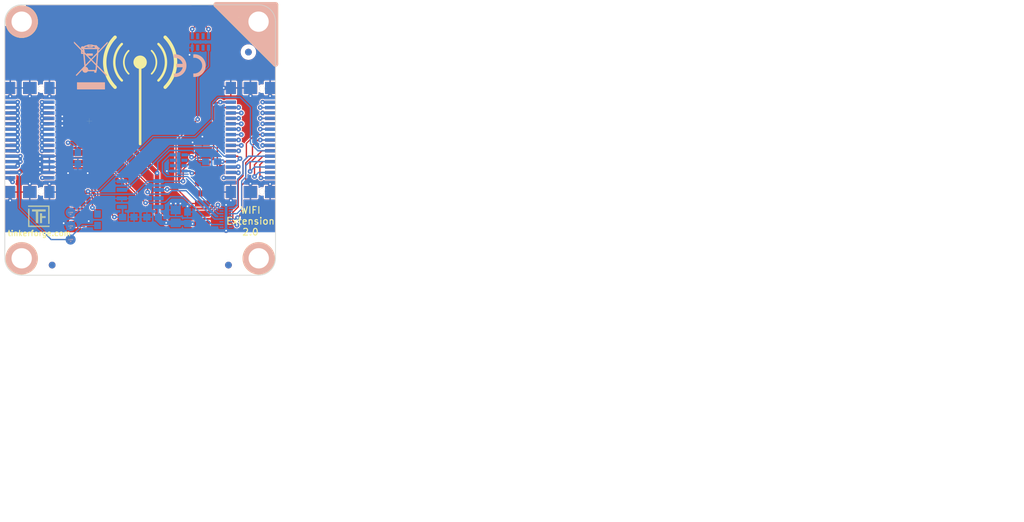
<source format=kicad_pcb>
(kicad_pcb (version 20221018) (generator pcbnew)
  (title_block (title "WIFI Extension") (date "Mo 27 Jul 2015") (rev "2.0") (company "Tinkerforge GmbH") (comment 1 "Licensed under CERN OHL v.1.1") (comment 2 "Copyright (©) 2015, B.Nordmeyer <bastian@tinkerforge.com>"))
  (layers (0 "F.Cu" signal "Vorderseite") (31 "B.Cu" signal "Rückseite") (34 "B.Paste" user) (35 "F.Paste" user) (36 "B.SilkS" user "B.Silkscreen") (37 "F.SilkS" user "F.Silkscreen") (38 "B.Mask" user) (39 "F.Mask" user) (44 "Edge.Cuts" user))
  (net 0 "")
  (net 1 "3V3")
  (net 2 "GND")
  (net 3 "LED")
  (net 4 "SCL")
  (net 5 "SDA")
  (net 6 "SELECT")
  (net 7 "nRESET")
  (net 8 "Net-(D1-Pad2)")
  (net 9 "Net-(D2-Pad2)")
  (net 10 "Net-(J1-Pad23)")
  (net 11 "Net-(J1-Pad21)")
  (net 12 "Net-(J1-Pad19)")
  (net 13 "Net-(J1-Pad11)")
  (net 14 "Net-(J1-Pad9)")
  (net 15 "Net-(J1-Pad7)")
  (net 16 "Net-(J1-Pad5)")
  (net 17 "Net-(J1-Pad3)")
  (net 18 "Net-(J1-Pad1)")
  (net 19 "Net-(J1-Pad6)")
  (net 20 "Net-(J1-Pad8)")
  (net 21 "Net-(J1-Pad10)")
  (net 22 "Net-(J1-Pad12)")
  (net 23 "Net-(J1-Pad14)")
  (net 24 "Net-(J1-Pad16)")
  (net 25 "Net-(J1-Pad18)")
  (net 26 "Net-(J1-Pad20)")
  (net 27 "Net-(J1-Pad22)")
  (net 28 "Net-(J1-Pad24)")
  (net 29 "RX")
  (net 30 "TX")
  (net 31 "Net-(J1-Pad30)")
  (net 32 "EN")
  (net 33 "Net-(J3-Pad29)")
  (net 34 "Net-(J3-Pad1)")
  (net 35 "Net-(J3-Pad10)")
  (net 36 "Net-(J3-Pad22)")
  (net 37 "Net-(J3-Pad30)")
  (net 38 "Net-(J1-Pad17)")
  (net 39 "Net-(J1-Pad26)")
  (net 40 "Net-(J1-Pad28)")
  (net 41 "IO0")
  (net 42 "Net-(R1-Pad1)")
  (net 43 "EEPROM_SEL")
  (net 44 "Net-(RP1-Pad5)")
  (net 45 "Net-(RP1-Pad8)")
  (net 46 "Net-(FILTER1-Pad10)")
  (net 47 "Net-(FILTER1-Pad12)")
  (net 48 "Net-(FILTER1-Pad14)")
  (net 49 "Net-(FILTER1-Pad16)")
  (net 50 "Net-(FILTER1-Pad2)")
  (net 51 "Net-(FILTER1-Pad4)")
  (net 52 "Net-(FILTER1-Pad6)")
  (net 53 "Net-(FILTER1-Pad8)")
  (net 54 "Net-(FILTER1-Pad9)")
  (net 55 "Net-(FILTER1-Pad11)")
  (net 56 "Net-(FILTER1-Pad13)")
  (net 57 "Net-(FILTER1-Pad15)")
  (net 58 "Net-(J1-Pad29)")
  (net 59 "Net-(J1-Pad27)")
  (net 60 "Net-(J1-Pad25)")
  (net 61 "Net-(RP1-Pad2)")
  (net 62 "Net-(RP1-Pad3)")
  (net 63 "Net-(RP1-Pad6)")
  (net 64 "Net-(RP1-Pad7)")
  (net 65 "Net-(RP2-Pad2)")
  (net 66 "Net-(RP2-Pad3)")
  (net 67 "Net-(RP2-Pad6)")
  (net 68 "Net-(RP2-Pad7)")
  (net 69 "Net-(U1-Pad7)")
  (net 70 "Net-(U2-Pad5)")
  (net 71 "Net-(U2-Pad17)")
  (net 72 "Net-(U2-Pad16)")
  (footprint "kicad-libraries:D0603" (layer "F.Cu") (at 160.675 90.45 -90)
    (fp_text reference "D1")
    (fp_text value "green")
  )
  (footprint "kicad-libraries:D0603" (layer "F.Cu") (at 159.175 90.45 -90)
    (fp_text reference "D2")
    (fp_text value "blue")
  )
  (footprint "kicad-libraries:BTB08-ACS-TOP" (layer "F.Cu") (at 167.37584 108.95076 90)
    (fp_text reference "J1")
    (fp_text value "STACK-UP-HIGH")
  )
  (footprint "kicad-libraries:BTB08-ACS-TOP" (layer "F.Cu") (at 134.7724 108.95076 90)
    (fp_text reference "J3")
    (fp_text value "STACK-UP-HIGH")
  )
  (footprint "kicad-libraries:ESP8266_WROOM02" (layer "F.Cu") (at 151.075 118.45 180)
    (fp_text reference "U2")
    (fp_text value "ESP8266_WROOM02")
  )
  (footprint "kicad-libraries:DRILL_NP" (layer "F.Cu") (at 168.57472 91.45016)
    (fp_text reference "U4" hide)
    (fp_text value "DRILL" hide)
  )
  (footprint "kicad-libraries:DRILL_NP" (layer "F.Cu") (at 133.57352 91.45016 90)
    (fp_text reference "U5" hide)
    (fp_text value "DRILL" hide)
  )
  (footprint "kicad-libraries:DRILL_NP" (layer "F.Cu") (at 133.57352 126.45136)
    (fp_text reference "U6" hide)
    (fp_text value "DRILL" hide)
  )
  (footprint "kicad-libraries:Logo_31x31" (layer "F.Cu") (at 134.525 118.65)
    (fp_text reference "G***" hide)
    (fp_text value "Logo_31x31" hide)
  )
  (footprint "kicad-libraries:Fiducial_Mark" (layer "F.Cu") (at 164.125 127.45)
    (fp_text reference "Fiducial_Mark" hide)
    (fp_text value "VAL**" hide)
  )
  (footprint "kicad-libraries:Fiducial_Mark" (layer "F.Cu") (at 138.075 127.45)
    (fp_text reference "Fiducial_Mark" hide)
    (fp_text value "VAL**" hide)
  )
  (footprint "kicad-libraries:Fiducial_Mark" (layer "F.Cu") (at 167.075 95.95)
    (fp_text reference "Fiducial_Mark" hide)
    (fp_text value "VAL**" hide)
  )
  (footprint "kicad-libraries:DRILL_NP" (layer "F.Cu") (at 168.6 126.45)
    (fp_text reference "U3" hide)
    (fp_text value "DRILL" hide)
  )
  (footprint "kicad-libraries:3528-21" (layer "F.Cu") (at 142.175 106.15 180)
    (fp_text reference "C4")
    (fp_text value "100µF")
  )
  (footprint "kicad-libraries:BTB08-ACS-BTM" (layer "B.Cu") (at 167.3733 108.95076 -90)
    (fp_text reference "J2")
    (fp_text value "STACK-DOWN")
  )
  (footprint "kicad-libraries:BTB08-ACS-BTM" (layer "B.Cu") (at 134.77748 108.95076 -90)
    (fp_text reference "J4")
    (fp_text value "STACK-DOWN")
  )
  (footprint "kicad-libraries:SOIC8" (layer "B.Cu") (at 151.075 116.95 90)
    (fp_text reference "U1")
    (fp_text value "M24C64")
  )
  (footprint "kicad-libraries:Fiducial_Mark" (layer "B.Cu") (at 167.075 95.95)
    (fp_text reference "Fiducial_Mark" hide)
    (fp_text value "VAL**" hide)
  )
  (footprint "kicad-libraries:Fiducial_Mark" (layer "B.Cu") (at 164.125 127.45)
    (fp_text reference "Fiducial_Mark" hide)
    (fp_text value "VAL**" hide)
  )
  (footprint "kicad-libraries:Fiducial_Mark" (layer "B.Cu") (at 138.075 127.45)
    (fp_text reference "Fiducial_Mark" hide)
    (fp_text value "VAL**" hide)
  )
  (footprint "kicad-libraries:WEEE_7mm_back" (layer "B.Cu") (at 143.775 97.95)
    (fp_text reference "VAL" hide)
    (fp_text value "WEEE_7mm_back" hide)
  )
  (footprint "kicad-libraries:CE_5mm" (layer "B.Cu") (at 158.375 97.95 180)
    (fp_text reference "VAL" hide)
    (fp_text value "CE_5mm" hide)
  )
  (footprint "kicad-libraries:TSTPT" (layer "B.Cu") (at 140.8 123.675)
    (fp_text reference "P1")
    (fp_text value "CONN_1")
  )
  (footprint "kicad-libraries:TSTPT" (layer "B.Cu") (at 140.8 119.675)
    (fp_text reference "P2")
    (fp_text value "CONN_1")
  )
  (footprint "kicad-libraries:TSTPT" (layer "B.Cu") (at 140.8 121.675)
    (fp_text reference "P3")
    (fp_text value "CONN_1")
  )
  (footprint "kicad-libraries:0603X4" (layer "B.Cu") (at 156.775 112.35 -90)
    (fp_text reference "RP1")
    (fp_text value "1k")
  )
  (footprint "kicad-libraries:0603X4" (layer "B.Cu") (at 159.975 94.45 180)
    (fp_text reference "RP2")
    (fp_text value "1k")
  )
  (footprint "kicad-libraries:DFN16-33x135" (layer "B.Cu") (at 163.775 120.45 90)
    (fp_text reference "FILTER1")
    (fp_text value "Filter-8x")
  )
  (footprint "kicad-libraries:C0603E" (layer "B.Cu") (at 152.925 120.35)
    (fp_text reference "C1")
    (fp_text value "100nF")
  )
  (footprint "kicad-libraries:C0603E" (layer "B.Cu") (at 158.075 120.45 -90)
    (fp_text reference "C2")
    (fp_text value "100nF")
  )
  (footprint "kicad-libraries:C0805E" (layer "B.Cu") (at 156.325 120.25 -90)
    (fp_text reference "C3")
    (fp_text value "10µF")
  )
  (footprint "kicad-libraries:R0603E" (layer "B.Cu") (at 141.875 111.65 -90)
    (fp_text reference "R1")
    (fp_text value "1k")
  )
  (footprint "kicad-libraries:R0603E" (layer "B.Cu") (at 149.325 120.35)
    (fp_text reference "R2")
    (fp_text value "1k")
  )
  (footprint "kicad-libraries:R0603E" (layer "B.Cu") (at 144.775 120.75 90)
    (fp_text reference "R3")
    (fp_text value "10k")
  )
  (footprint "kicad-libraries:R0603E" (layer "B.Cu") (at 161.625 112.15)
    (fp_text reference "R4")
    (fp_text value "1k")
  )
  (gr_line (start 167.07358 91.75242) (end 168.22166 92.9005) (stroke (width 0.8001)) (layer "B.SilkS"))
  (gr_line (start 168.8719 94.00032) (end 168.8719 91.75242) (stroke (width 0.8001)) (layer "B.SilkS"))
  (gr_line (start 168.8719 91.75242) (end 167.07358 91.75242) (stroke (width 0.8001)) (layer "B.SilkS"))
  (gr_line (start 162.32378 88.9508) (end 171.07408 97.7011) (stroke (width 0.8001)) (layer "B.SilkS"))
  (gr_line (start 171.07408 97.7011) (end 171.07408 88.9508) (stroke (width 0.8001)) (layer "B.SilkS"))
  (gr_line (start 168.22166 92.30106) (end 168.3258 92.30106) (stroke (width 0.8001)) (layer "B.SilkS"))
  (gr_line (start 168.22166 92.9005) (end 168.22166 92.30106) (stroke (width 0.8001)) (layer "B.SilkS"))
  (gr_line (start 164.67582 90.40114) (end 169.37482 95.10014) (stroke (width 0.8001)) (layer "B.SilkS"))
  (gr_line (start 165.97376 91.10218) (end 168.8719 94.00032) (stroke (width 0.8001)) (layer "B.SilkS"))
  (gr_line (start 170.5737 89.7001) (end 163.4744 89.7001) (stroke (width 0.8001)) (layer "B.SilkS"))
  (gr_line (start 169.37482 95.10014) (end 169.37482 91.10218) (stroke (width 0.8001)) (layer "B.SilkS"))
  (gr_line (start 169.37482 91.10218) (end 165.97376 91.10218) (stroke (width 0.8001)) (layer "B.SilkS"))
  (gr_line (start 171.07408 88.9508) (end 162.32378 88.9508) (stroke (width 0.8001)) (layer "B.SilkS"))
  (gr_line (start 163.4744 89.7001) (end 169.926 96.1517) (stroke (width 0.8001)) (layer "B.SilkS"))
  (gr_line (start 169.926 96.1517) (end 169.926 90.40114) (stroke (width 0.8001)) (layer "B.SilkS"))
  (gr_line (start 169.926 90.40114) (end 164.67582 90.40114) (stroke (width 0.8001)) (layer "B.SilkS"))
  (gr_line (start 170.5737 96.50222) (end 170.5737 89.7001) (stroke (width 0.8001)) (layer "B.SilkS"))
  (gr_line (start 169.55008 93.62694) (end 166.55034 90.6272) (stroke (width 0.8001)) (layer "F.SilkS"))
  (gr_line (start 166.55034 90.6272) (end 168.95064 90.6272) (stroke (width 0.8001)) (layer "F.SilkS"))
  (gr_arc (start 153.775 94.75) (mid 154.893377 97.45) (end 153.775 100.15) (stroke (width 0.35)) (layer "F.SilkS"))
  (gr_line (start 162.32378 88.9508) (end 171.07408 88.9508) (stroke (width 0.8001)) (layer "F.SilkS"))
  (gr_line (start 170.74896 89.15146) (end 170.74896 96.1009) (stroke (width 0.8001)) (layer "F.SilkS"))
  (gr_line (start 165.45052 90.15222) (end 169.55008 90.15222) (stroke (width 0.8001)) (layer "F.SilkS"))
  (gr_line (start 170.20032 94.90202) (end 165.45052 90.15222) (stroke (width 0.8001)) (layer "F.SilkS"))
  (gr_arc (start 154.775 93.75) (mid 156.30759 97.45) (end 154.775 101.15) (stroke (width 0.5)) (layer "F.SilkS"))
  (gr_circle (center 151.075 97.45) (end 151.575 97.45) (stroke (width 0.381)) (fill none) (layer "F.SilkS"))
  (gr_line (start 168.95064 92.35186) (end 167.80002 91.20124) (stroke (width 0.8001)) (layer "F.SilkS"))
  (gr_arc (start 149.375 99.15) (mid 148.670837 97.45) (end 149.375 95.75) (stroke (width 0.25)) (layer "F.SilkS"))
  (gr_line (start 169.55008 90.15222) (end 169.55008 93.62694) (stroke (width 0.8001)) (layer "F.SilkS"))
  (gr_line (start 170.74896 96.72574) (end 163.17468 89.15146) (stroke (width 0.8001)) (layer "F.SilkS"))
  (gr_arc (start 152.775 95.75) (mid 153.479163 97.45) (end 152.775 99.15) (stroke (width 0.25)) (layer "F.SilkS"))
  (gr_line (start 171.07408 88.9508) (end 171.07408 97.7011) (stroke (width 0.8001)) (layer "F.SilkS"))
  (gr_line (start 171.07408 97.7011) (end 162.32378 88.9508) (stroke (width 0.8001)) (layer "F.SilkS"))
  (gr_line (start 167.80002 91.20124) (end 168.45026 91.20124) (stroke (width 0.8001)) (layer "F.SilkS"))
  (gr_line (start 163.17468 89.15146) (end 170.74896 89.15146) (stroke (width 0.8001)) (layer "F.SilkS"))
  (gr_line (start 168.45026 91.20124) (end 168.45026 91.15044) (stroke (width 0.8001)) (layer "F.SilkS"))
  (gr_arc (start 148.375 100.15) (mid 147.256623 97.45) (end 148.375 94.75) (stroke (width 0.35)) (layer "F.SilkS"))
  (gr_line (start 164.3253 89.67724) (end 170.20032 89.67724) (stroke (width 0.8001)) (layer "F.SilkS"))
  (gr_circle (center 151.075 97.45) (end 151.875 97.45) (stroke (width 0.381)) (fill none) (layer "F.SilkS"))
  (gr_circle (center 151.075 97.45) (end 151.275 97.55) (stroke (width 0.381)) (fill none) (layer "F.SilkS"))
  (gr_line (start 170.20032 89.67724) (end 170.20032 94.90202) (stroke (width 0.8001)) (layer "F.SilkS"))
  (gr_arc (start 147.375 101.15) (mid 145.84241 97.45) (end 147.375 93.75) (stroke (width 0.5)) (layer "F.SilkS"))
  (gr_line (start 168.95064 90.6272) (end 168.95064 92.35186) (stroke (width 0.8001)) (layer "F.SilkS"))
  (gr_line (start 151.075 109.55) (end 151.075 97.45) (stroke (width 0.381)) (layer "F.SilkS"))
  (gr_line (start 170.74896 96.1009) (end 164.3253 89.67724) (stroke (width 0.8001)) (layer "F.SilkS"))
  (gr_arc (start 131.0767 91.45016) (mid 131.808746 89.682846) (end 133.57606 88.9508) (stroke (width 0.09906)) (layer "Edge.Cuts"))
  (gr_line (start 168.57726 88.9508) (end 133.57606 88.9508) (stroke (width 0.09906)) (layer "Edge.Cuts"))
  (gr_arc (start 168.57726 88.9508) (mid 170.344574 89.682846) (end 171.07662 91.45016) (stroke (width 0.09906)) (layer "Edge.Cuts"))
  (gr_line (start 131.0767 91.45016) (end 131.0767 126.45136) (stroke (width 0.09906)) (layer "Edge.Cuts"))
  (gr_line (start 171.07662 126.45136) (end 171.07662 91.45016) (stroke (width 0.09906)) (layer "Edge.Cuts"))
  (gr_arc (start 133.57606 128.95072) (mid 131.808746 128.218674) (end 131.0767 126.45136) (stroke (width 0.09906)) (layer "Edge.Cuts"))
  (gr_arc (start 171.07662 126.45136) (mid 170.344574 128.218674) (end 168.57726 128.95072) (stroke (width 0.09906)) (layer "Edge.Cuts"))
  (gr_line (start 133.57606 128.95072) (end 168.57726 128.95072) (stroke (width 0.09906)) (layer "Edge.Cuts"))
  (gr_text "tinkerforge.com" (at 136.17702 122.75058) (layer "F.SilkS") (effects (font (size 0.8001 0.8001) (thickness 0.14986))))
  (gr_text "WIFI\nExtension\n2.0" (at 167.375 120.95) (layer "F.SilkS") (effects (font (size 1.00076 1.00076) (thickness 0.14986))))
  (segment (start 133.225 113.75) (end 133.22382 113.74882) (width 0.29972) (layer "F.Cu") (net 1))
  (segment (start 133.22382 113.74882) (end 131.87426 113.74882) (width 0.50038) (layer "F.Cu") (net 1))
  (segment (start 136.97566 98.7001) (end 136.975 98.70076) (width 0.70104) (layer "F.Cu") (net 1))
  (segment (start 134.47528 98.70076) (end 134.475 98.70048) (width 0.70104) (layer "F.Cu") (net 1))
  (segment (start 134.02452 98.70048) (end 133.175 99.55) (width 0.70104) (layer "F.Cu") (net 1))
  (segment (start 133.175 99.55) (end 133.175 102.35) (width 0.70104) (layer "F.Cu") (net 1))
  (segment (start 133.175 102.35) (end 134.275 103.45) (width 0.70104) (layer "F.Cu") (net 1))
  (segment (start 134.275 103.45) (end 134.275 112.7) (width 0.70104) (layer "F.Cu") (net 1))
  (segment (start 134.275 112.7) (end 133.225 113.75) (width 0.70104) (layer "F.Cu") (net 1))
  (segment (start 153.575 113.85) (end 153.575 119.85) (width 0.70104) (layer "F.Cu") (net 1))
  (segment (start 153.575 119.85) (end 154.925 121.2) (width 0.70104) (layer "F.Cu") (net 1))
  (segment (start 158.825 121.35) (end 160.275 121.35) (width 0.70104) (layer "F.Cu") (net 1))
  (segment (start 153.7251 89.6499) (end 144.67452 98.70048) (width 0.29972) (layer "F.Cu") (net 1))
  (segment (start 144.67452 98.70048) (end 144.32548 98.70048) (width 0.29972) (layer "F.Cu") (net 1))
  (segment (start 140.82548 98.70048) (end 143.57548 101.45048) (width 0.70104) (layer "F.Cu") (net 1))
  (segment (start 143.57548 101.45048) (end 143.57548 106.15) (width 0.70104) (layer "F.Cu") (net 1))
  (segment (start 144.775 109.25) (end 143.57548 108.05048) (width 0.70104) (layer "F.Cu") (net 1))
  (segment (start 143.57548 108.05048) (end 143.57548 106.15) (width 0.70104) (layer "F.Cu") (net 1))
  (segment (start 136.975 98.70076) (end 134.47528 98.70076) (width 0.70104) (layer "F.Cu") (net 1))
  (segment (start 159.175 89.6499) (end 160.675 89.6499) (width 0.29972) (layer "F.Cu") (net 1))
  (segment (start 134.475 98.70048) (end 134.02452 98.70048) (width 0.70104) (layer "F.Cu") (net 1))
  (segment (start 160.675 89.6499) (end 153.7251 89.6499) (width 0.29972) (layer "F.Cu") (net 1))
  (segment (start 134.02452 98.70048) (end 140.82548 98.70048) (width 0.70104) (layer "F.Cu") (net 1))
  (segment (start 148.975 109.25) (end 144.775 109.25) (width 0.70104) (layer "F.Cu") (net 1))
  (segment (start 153.575 113.85) (end 148.975 109.25) (width 0.70104) (layer "F.Cu") (net 1))
  (segment (start 138.975 98.7001) (end 136.97566 98.7001) (width 0.70104) (layer "F.Cu") (net 1))
  (segment (start 134.02452 98.70048) (end 144.32548 98.70048) (width 0.29972) (layer "F.Cu") (net 1))
  (via (at 154.925 121.2) (size 0.70104) (drill 0.24892) (layers "F.Cu" "B.Cu") (net 1))
  (via (at 133.225 113.75) (size 0.70104) (drill 0.24892) (layers "F.Cu" "B.Cu") (net 1))
  (via (at 158.825 121.35) (size 0.70104) (drill 0.24892) (layers "F.Cu" "B.Cu") (net 1))
  (via (at 153.575 113.85) (size 0.70104) (drill 0.24892) (layers "F.Cu" "B.Cu") (net 1))
  (segment (start 133.22382 113.74882) (end 133.225 113.75) (width 0.50038) (layer "B.Cu") (net 1))
  (segment (start 137.925 123.675) (end 133.225 118.975) (width 0.20066) (layer "B.Cu") (net 1))
  (segment (start 133.225 118.975) (end 133.225 113.75) (width 0.20066) (layer "B.Cu") (net 1))
  (segment (start 154.925 121.2) (end 156.325 121.2) (width 0.70104) (layer "B.Cu") (net 1))
  (segment (start 154.225 121.2) (end 153.7751 120.7501) (width 0.70104) (layer "B.Cu") (net 1))
  (segment (start 153.7751 120.7501) (end 153.7751 120.35) (width 0.70104) (layer "B.Cu") (net 1))
  (segment (start 157.9749 121.2) (end 158.075 121.3001) (width 0.70104) (layer "B.Cu") (net 1))
  (segment (start 158.7751 121.3001) (end 158.825 121.35) (width 0.70104) (layer "B.Cu") (net 1))
  (segment (start 153.77248 120.34738) (end 153.7751 120.35) (width 0.29972) (layer "B.Cu") (net 1))
  (segment (start 142.5249 121.6001) (end 140.8 123.325) (width 0.20066) (layer "B.Cu") (net 1))
  (segment (start 140.8 123.325) (end 140.8 123.675) (width 0.20066) (layer "B.Cu") (net 1))
  (segment (start 155.420712 110.5) (end 153.672856 112.247856) (width 0.20066) (layer "B.Cu") (net 1))
  (segment (start 159.925 112.15) (end 159.575 111.8) (width 0.20066) (layer "B.Cu") (net 1))
  (segment (start 159.575 111.8) (end 159.575 111.3) (width 0.20066) (layer "B.Cu") (net 1))
  (segment (start 159.575 111.3) (end 158.775 110.5) (width 0.20066) (layer "B.Cu") (net 1))
  (segment (start 158.775 110.5) (end 155.420712 110.5) (width 0.20066) (layer "B.Cu") (net 1))
  (segment (start 153.672856 113.752144) (end 153.575 113.85) (width 0.20066) (layer "B.Cu") (net 1))
  (segment (start 153.672856 112.247856) (end 153.672856 113.752144) (width 0.20066) (layer "B.Cu") (net 1))
  (segment (start 154.925 121.2) (end 154.225 121.2) (width 0.70104) (layer "B.Cu") (net 1))
  (segment (start 160.7749 112.15) (end 159.925 112.15) (width 0.20066) (layer "B.Cu") (net 1))
  (segment (start 153.77248 118.85246) (end 153.77248 120.34738) (width 0.29972) (layer "B.Cu") (net 1))
  (segment (start 140.8 123.675) (end 137.925 123.675) (width 0.20066) (layer "B.Cu") (net 1))
  (segment (start 131.87934 113.74882) (end 133.22382 113.74882) (width 0.50038) (layer "B.Cu") (net 1))
  (segment (start 144.775 121.6001) (end 142.5249 121.6001) (width 0.20066) (layer "B.Cu") (net 1))
  (segment (start 156.325 121.2) (end 157.9749 121.2) (width 0.70104) (layer "B.Cu") (net 1))
  (segment (start 158.075 121.3001) (end 158.7751 121.3001) (width 0.70104) (layer "B.Cu") (net 1))
  (segment (start 136.275 111.35) (end 136.27648 111.34852) (width 0.50038) (layer "F.Cu") (net 2))
  (segment (start 136.27648 111.34852) (end 137.67054 111.34852) (width 0.50038) (layer "F.Cu") (net 2))
  (segment (start 136.27638 112.14862) (end 136.275 112.15) (width 0.50038) (layer "F.Cu") (net 2))
  (segment (start 136.275 112.95) (end 136.27628 112.94872) (width 0.50038) (layer "F.Cu") (net 2))
  (segment (start 136.27628 112.94872) (end 137.67054 112.94872) (width 0.50038) (layer "F.Cu") (net 2))
  (segment (start 136.27618 113.74882) (end 136.275 113.75) (width 0.50038) (layer "F.Cu") (net 2))
  (segment (start 131.875 117.9) (end 131.87172 117.89672) (width 0.20066) (layer "F.Cu") (net 2))
  (segment (start 131.87172 117.89672) (end 131.87172 116.6495) (width 0.20066) (layer "F.Cu") (net 2))
  (segment (start 163.42702 101.25202) (end 163.425 101.25) (width 0.29972) (layer "F.Cu") (net 2))
  (segment (start 139.875 121.35) (end 139.775 121.25) (width 0.70104) (layer "F.Cu") (net 2))
  (segment (start 158.875 109.35) (end 158.825 109.3) (width 0.70104) (layer "F.Cu") (net 2))
  (segment (start 140.07452 105.45) (end 139.575 105.45) (width 0.70104) (layer "F.Cu") (net 2))
  (segment (start 139.67452 106.94952) (end 139.975 106.94952) (width 0.70104) (layer "F.Cu") (net 2))
  (segment (start 139.67452 106.94952) (end 139.575 106.85) (width 0.70104) (layer "F.Cu") (net 2))
  (segment (start 143.075 121.35) (end 143.475 120.95) (width 0.70104) (layer "F.Cu") (net 2))
  (segment (start 140.425 113.85) (end 141.875 113.85) (width 0.70104) (layer "F.Cu") (net 2))
  (segment (start 139.575 106.85) (end 139.575 105.45) (width 0.70104) (layer "F.Cu") (net 2))
  (segment (start 141.875 113.85) (end 143.325 113.85) (width 0.70104) (layer "F.Cu") (net 2))
  (segment (start 140.77452 106.15) (end 139.975 106.94952) (width 0.70104) (layer "F.Cu") (net 2))
  (segment (start 160.275 109.35) (end 158.875 109.35) (width 0.70104) (layer "F.Cu") (net 2))
  (segment (start 160.275 109.35) (end 160.275 108.45) (width 0.70104) (layer "F.Cu") (net 2))
  (segment (start 164.47516 101.25202) (end 163.42702 101.25202) (width 0.29972) (layer "F.Cu") (net 2))
  (segment (start 137.67054 113.74882) (end 136.27618 113.74882) (width 0.50038) (layer "F.Cu") (net 2))
  (segment (start 141.875 121.35) (end 143.075 121.35) (width 0.70104) (layer "F.Cu") (net 2))
  (segment (start 140.77452 106.15) (end 140.07452 105.45) (width 0.70104) (layer "F.Cu") (net 2))
  (segment (start 141.875 121.35) (end 139.875 121.35) (width 0.70104) (layer "F.Cu") (net 2))
  (segment (start 137.67054 112.14862) (end 136.27638 112.14862) (width 0.50038) (layer "F.Cu") (net 2))
  (segment (start 140.77452 106.15) (end 139.575 106.15) (width 0.70104) (layer "F.Cu") (net 2))
  (via (at 167.375 115.4) (size 0.70104) (drill 0.24892) (layers "F.Cu" "B.Cu") (net 2))
  (via (at 163.775 122.35) (size 0.70104) (drill 0.24892) (layers "F.Cu" "B.Cu") (net 2))
  (via (at 131.875 117.9) (size 0.70104) (drill 0.24892) (layers "F.Cu" "B.Cu") (net 2))
  (via (at 136.275 112.95) (size 0.70104) (drill 0.24892) (layers "F.Cu" "B.Cu") (net 2))
  (via (at 167.375 102.45) (size 0.70104) (drill 0.24892) (layers "F.Cu" "B.Cu") (net 2))
  (via (at 164.475 117.9) (size 0.70104) (drill 0.24892) (layers "F.Cu" "B.Cu") (net 2))
  (via (at 134.775 102.5) (size 0.70104) (drill 0.24892) (layers "F.Cu" "B.Cu") (net 2))
  (via (at 134.775 115.4) (size 0.70104) (drill 0.24892) (layers "F.Cu" "B.Cu") (net 2))
  (via (at 139.575 105.45) (size 0.70104) (drill 0.24892) (layers "F.Cu" "B.Cu") (net 2))
  (via (at 143.475 120.95) (size 0.70104) (drill 0.24892) (layers "F.Cu" "B.Cu") (net 2))
  (via (at 155.025 113.55) (size 0.70104) (drill 0.24892) (layers "F.Cu" "B.Cu") (net 2))
  (via (at 158.075 118.75) (size 0.70104) (drill 0.24892) (layers "F.Cu" "B.Cu") (net 2))
  (via (at 136.275 113.75) (size 0.70104) (drill 0.24892) (layers "F.Cu" "B.Cu") (net 2))
  (via (at 139.575 106.15) (size 0.70104) (drill 0.24892) (layers "F.Cu" "B.Cu") (net 2))
  (via (at 158.825 109.3) (size 0.70104) (drill 0.24892) (layers "F.Cu" "B.Cu") (net 2))
  (via (at 157.025 118.35) (size 0.70104) (drill 0.24892) (layers "F.Cu" "B.Cu") (net 2))
  (via (at 136.275 112.15) (size 0.70104) (drill 0.24892) (layers "F.Cu" "B.Cu") (net 2))
  (via (at 137.675 102.5) (size 0.70104) (drill 0.24892) (layers "F.Cu" "B.Cu") (net 2))
  (via (at 158.375 96.35) (size 0.70104) (drill 0.24892) (layers "F.Cu" "B.Cu") (net 2))
  (via (at 170.275 102.45) (size 0.70104) (drill 0.24892) (layers "F.Cu" "B.Cu") (net 2))
  (via (at 156.325 118.35) (size 0.70104) (drill 0.24892) (layers "F.Cu" "B.Cu") (net 2))
  (via (at 143.325 113.85) (size 0.70104) (drill 0.24892) (layers "F.Cu" "B.Cu") (net 2))
  (via (at 139.775 121.25) (size 0.70104) (drill 0.24892) (layers "F.Cu" "B.Cu") (net 2))
  (via (at 163.425 101.25) (size 0.70104) (drill 0.24892) (layers "F.Cu" "B.Cu") (net 2))
  (via (at 139.575 106.85) (size 0.70104) (drill 0.24892) (layers "F.Cu" "B.Cu") (net 2))
  (via (at 155.625 118.35) (size 0.70104) (drill 0.24892) (layers "F.Cu" "B.Cu") (net 2))
  (via (at 136.275 111.35) (size 0.70104) (drill 0.24892) (layers "F.Cu" "B.Cu") (net 2))
  (via (at 131.875 102.5) (size 0.70104) (drill 0.24892) (layers "F.Cu" "B.Cu") (net 2))
  (via (at 160.275 108.45) (size 0.70104) (drill 0.24892) (layers "F.Cu" "B.Cu") (net 2))
  (via (at 137.675 115.4) (size 0.70104) (drill 0.24892) (layers "F.Cu" "B.Cu") (net 2))
  (via (at 170.275 115.45) (size 0.70104) (drill 0.24892) (layers "F.Cu" "B.Cu") (net 2))
  (via (at 163.775 118.55) (size 0.70104) (drill 0.24892) (layers "F.Cu" "B.Cu") (net 2))
  (via (at 140.425 113.85) (size 0.70104) (drill 0.24892) (layers "F.Cu" "B.Cu") (net 2))
  (segment (start 167.3733 102.4483) (end 167.375 102.45) (width 0.20066) (layer "B.Cu") (net 2))
  (segment (start 170.27398 102.44898) (end 170.275 102.45) (width 0.20066) (layer "B.Cu") (net 2))
  (segment (start 170.27398 115.45102) (end 170.275 115.45) (width 0.20066) (layer "B.Cu") (net 2))
  (segment (start 164.47262 117.89762) (end 164.475 117.9) (width 0.20066) (layer "B.Cu") (net 2))
  (segment (start 167.3733 115.4017) (end 167.375 115.4) (width 0.20066) (layer "B.Cu") (net 2))
  (segment (start 134.77748 115.40248) (end 134.775 115.4) (width 0.20066) (layer "B.Cu") (net 2))
  (segment (start 137.67816 115.40316) (end 137.675 115.4) (width 0.20066) (layer "B.Cu") (net 2))
  (segment (start 131.8768 102.4982) (end 131.875 102.5) (width 0.20066) (layer "B.Cu") (net 2))
  (segment (start 134.77748 102.49752) (end 134.775 102.5) (width 0.20066) (layer "B.Cu") (net 2))
  (segment (start 137.67816 102.49684) (end 137.675 102.5) (width 0.20066) (layer "B.Cu") (net 2))
  (segment (start 136.27648 111.34852) (end 136.275 111.35) (width 0.50038) (layer "B.Cu") (net 2))
  (segment (start 136.275 112.15) (end 136.27638 112.14862) (width 0.50038) (layer "B.Cu") (net 2))
  (segment (start 136.27638 112.14862) (end 137.67562 112.14862) (width 0.50038) (layer "B.Cu") (net 2))
  (segment (start 136.27628 112.94872) (end 136.275 112.95) (width 0.50038) (layer "B.Cu") (net 2))
  (segment (start 136.275 113.75) (end 136.27618 113.74882) (width 0.50038) (layer "B.Cu") (net 2))
  (segment (start 136.27618 113.74882) (end 137.67562 113.74882) (width 0.50038) (layer "B.Cu") (net 2))
  (segment (start 131.8768 117.8982) (end 131.875 117.9) (width 0.20066) (layer "B.Cu") (net 2))
  (segment (start 163.425 101.25) (end 163.42702 101.25202) (width 0.29972) (layer "B.Cu") (net 2))
  (segment (start 163.42702 101.25202) (end 164.47262 101.25202) (width 0.29972) (layer "B.Cu") (net 2))
  (segment (start 155.02612 113.54888) (end 155.025 113.55) (width 0.29972) (layer "B.Cu") (net 2))
  (segment (start 157.025 118.6) (end 157.025 118.35) (width 0.29972) (layer "B.Cu") (net 2))
  (segment (start 155.625 118.6) (end 155.625 118.35) (width 0.29972) (layer "B.Cu") (net 2))
  (segment (start 139.775 121.25) (end 140.2 121.675) (width 0.20066) (layer "B.Cu") (net 2))
  (segment (start 141.875 113.3) (end 141.325 113.85) (width 0.20066) (layer "B.Cu") (net 2))
  (segment (start 141.325 113.85) (end 140.425 113.85) (width 0.20066) (layer "B.Cu") (net 2))
  (segment (start 158.77612 95.94888) (end 158.375 96.35) (width 0.20066) (layer "B.Cu") (net 2))
  (segment (start 137.67816 116.6495) (end 137.67816 115.40316) (width 0.20066) (layer "B.Cu") (net 2))
  (segment (start 167.3733 101.25202) (end 167.3733 102.4483) (width 0.29972) (layer "B.Cu") (net 2))
  (segment (start 156.325 119.3) (end 156.325 118.35) (width 0.29972) (layer "B.Cu") (net 2))
  (segment (start 131.8768 101.25202) (end 131.8768 102.4982) (width 0.20066) (layer "B.Cu") (net 2))
  (segment (start 134.77748 101.25202) (end 134.77748 102.49752) (width 0.20066) (layer "B.Cu") (net 2))
  (segment (start 163.775 120.45) (end 163.775 122.35) (width 0.39878) (layer "B.Cu") (net 2))
  (segment (start 131.8768 116.6495) (end 131.8768 117.8982) (width 0.20066) (layer "B.Cu") (net 2))
  (segment (start 164.47262 116.6495) (end 164.47262 117.89762) (width 0.20066) (layer "B.Cu") (net 2))
  (segment (start 156.325 119.3) (end 155.625 118.6) (width 0.29972) (layer "B.Cu") (net 2))
  (segment (start 156.325 119.3) (end 157.025 118.6) (width 0.29972) (layer "B.Cu") (net 2))
  (segment (start 140.8 121.675) (end 140.2 121.675) (width 0.20066) (layer "B.Cu") (net 2))
  (segment (start 137.67816 101.25202) (end 137.67816 102.49684) (width 0.20066) (layer "B.Cu") (net 2))
  (segment (start 158.77612 95.3009) (end 158.77612 95.94888) (width 0.20066) (layer "B.Cu") (net 2))
  (segment (start 155.9241 113.54888) (end 155.02612 113.54888) (width 0.29972) (layer "B.Cu") (net 2))
  (segment (start 137.67562 112.94872) (end 136.27628 112.94872) (width 0.50038) (layer "B.Cu") (net 2))
  (segment (start 134.77748 116.6495) (end 134.77748 115.40248) (width 0.20066) (layer "B.Cu") (net 2))
  (segment (start 163.775 120.45) (end 163.775 118.55) (width 0.39878) (layer "B.Cu") (net 2))
  (segment (start 158.075 119.5999) (end 158.075 118.75) (width 0.29972) (layer "B.Cu") (net 2))
  (segment (start 167.3733 116.6495) (end 167.3733 115.4017) (width 0.20066) (layer "B.Cu") (net 2))
  (segment (start 137.67562 111.34852) (end 136.27648 111.34852) (width 0.50038) (layer "B.Cu") (net 2))
  (segment (start 170.27398 116.6495) (end 170.27398 115.45102) (width 0.20066) (layer "B.Cu") (net 2))
  (segment (start 141.875 112.5001) (end 141.875 113.3) (width 0.20066) (layer "B.Cu") (net 2))
  (segment (start 170.27398 101.25202) (end 170.27398 102.44898) (width 0.29972) (layer "B.Cu") (net 2))
  (segment (start 159.325 116.85) (end 158.275 115.8) (width 0.20066) (layer "F.Cu") (net 3))
  (segment (start 158.275 115.8) (end 156.925 115.8) (width 0.20066) (layer "F.Cu") (net 3))
  (segment (start 156.925 115.8) (end 156.375 115.25) (width 0.20066) (layer "F.Cu") (net 3))
  (segment (start 156.375 115.25) (end 156.375 109.1) (width 0.20066) (layer "F.Cu") (net 3))
  (segment (start 156.375 109.1) (end 159.575 105.9) (width 0.20066) (layer "F.Cu") (net 3))
  (segment (start 160.275 116.85) (end 159.325 116.85) (width 0.29972) (layer "F.Cu") (net 3))
  (via (at 159.575 105.9) (size 0.70104) (drill 0.24892) (layers "F.Cu" "B.Cu") (net 3))
  (segment (start 159.575 99.65) (end 161.17388 98.05112) (width 0.20066) (layer "B.Cu") (net 3))
  (segment (start 161.17388 98.05112) (end 161.17388 95.3009) (width 0.20066) (layer "B.Cu") (net 3))
  (segment (start 159.575 105.9) (end 159.575 99.65) (width 0.20066) (layer "B.Cu") (net 3))
  (segment (start 165.625 104.15) (end 165.6223 104.1527) (width 0.20066) (layer "F.Cu") (net 4))
  (segment (start 165.6223 104.1527) (end 164.4777 104.1527) (width 0.20066) (layer "F.Cu") (net 4))
  (segment (start 163.1723 104.1527) (end 162.475 104.85) (width 0.20066) (layer "F.Cu") (net 4))
  (segment (start 162.475 104.85) (end 162.475 117.35) (width 0.20066) (layer "F.Cu") (net 4))
  (segment (start 162.475 117.35) (end 161.475 118.35) (width 0.20066) (layer "F.Cu") (net 4))
  (segment (start 161.475 118.35) (end 160.275 118.35) (width 0.20066) (layer "F.Cu") (net 4))
  (segment (start 158.675 118.35) (end 156.575 116.25) (width 0.20066) (layer "F.Cu") (net 4))
  (segment (start 156.575 116.25) (end 155.075 116.25) (width 0.20066) (layer "F.Cu") (net 4))
  (segment (start 164.4777 104.1527) (end 163.1723 104.1527) (width 0.20066) (layer "F.Cu") (net 4))
  (segment (start 160.275 118.35) (end 158.675 118.35) (width 0.20066) (layer "F.Cu") (net 4))
  (via (at 165.625 104.15) (size 0.70104) (drill 0.24892) (layers "F.Cu" "B.Cu") (net 4))
  (via (at 155.075 116.25) (size 0.70104) (drill 0.24892) (layers "F.Cu" "B.Cu") (net 4))
  (segment (start 165.6223 104.1527) (end 165.625 104.15) (width 0.20066) (layer "B.Cu") (net 4))
  (segment (start 155.075 116.25) (end 155.00746 116.31754) (width 0.20066) (layer "B.Cu") (net 4))
  (segment (start 155.00746 116.31754) (end 153.77248 116.31754) (width 0.20066) (layer "B.Cu") (net 4))
  (segment (start 164.47516 104.1527) (end 165.6223 104.1527) (width 0.20066) (layer "B.Cu") (net 4))
  (segment (start 158.375 112.35) (end 157.425 113.3) (width 0.20066) (layer "F.Cu") (net 5))
  (segment (start 157.425 113.3) (end 157.425 115.05) (width 0.20066) (layer "F.Cu") (net 5))
  (segment (start 161.275 112.35) (end 161.925 111.7) (width 0.20066) (layer "F.Cu") (net 5))
  (segment (start 161.925 111.7) (end 161.925 104.05) (width 0.20066) (layer "F.Cu") (net 5))
  (segment (start 161.925 104.05) (end 162.6224 103.3526) (width 0.20066) (layer "F.Cu") (net 5))
  (segment (start 162.6224 103.3526) (end 164.4777 103.3526) (width 0.29972) (layer "F.Cu") (net 5))
  (segment (start 162.9276 103.3526) (end 162.925 103.35) (width 0.29972) (layer "F.Cu") (net 5))
  (segment (start 164.4777 103.3526) (end 162.9276 103.3526) (width 0.29972) (layer "F.Cu") (net 5))
  (segment (start 160.275 112.35) (end 158.375 112.35) (width 0.20066) (layer "F.Cu") (net 5))
  (segment (start 160.275 112.35) (end 161.275 112.35) (width 0.29972) (layer "F.Cu") (net 5))
  (via (at 162.925 103.35) (size 0.70104) (drill 0.24892) (layers "F.Cu" "B.Cu") (net 5))
  (via (at 157.425 115.05) (size 0.70104) (drill 0.24892) (layers "F.Cu" "B.Cu") (net 5))
  (segment (start 157.425 115.05) (end 157.42254 115.04754) (width 0.29972) (layer "B.Cu") (net 5))
  (segment (start 157.42254 115.04754) (end 153.77248 115.04754) (width 0.20066) (layer "B.Cu") (net 5))
  (segment (start 162.925 103.35) (end 162.9276 103.3526) (width 0.29972) (layer "B.Cu") (net 5))
  (segment (start 162.9276 103.3526) (end 164.47516 103.3526) (width 0.29972) (layer "B.Cu") (net 5))
  (segment (start 152.12746 115.04754) (end 150.225 116.95) (width 0.20066) (layer "B.Cu") (net 5))
  (segment (start 141.65 119.675) (end 144.375 116.95) (width 0.20066) (layer "B.Cu") (net 5))
  (segment (start 144.375 116.95) (end 150.225 116.95) (width 0.20066) (layer "B.Cu") (net 5))
  (segment (start 140.8 119.675) (end 141.65 119.675) (width 0.20066) (layer "B.Cu") (net 5))
  (segment (start 153.77248 115.04754) (end 152.12746 115.04754) (width 0.20066) (layer "B.Cu") (net 5))
  (segment (start 163.47352 111.34852) (end 162.075 109.95) (width 0.20066) (layer "B.Cu") (net 6))
  (segment (start 162.075 109.95) (end 155.475 109.95) (width 0.20066) (layer "B.Cu") (net 6))
  (segment (start 155.475 109.95) (end 149.10746 116.31754) (width 0.20066) (layer "B.Cu") (net 6))
  (segment (start 149.10746 116.31754) (end 148.37752 116.31754) (width 0.20066) (layer "B.Cu") (net 6))
  (segment (start 164.47516 111.34852) (end 163.47352 111.34852) (width 0.20066) (layer "B.Cu") (net 6))
  (segment (start 143.575 116.85) (end 144.025 117.3) (width 0.20066) (layer "F.Cu") (net 7))
  (segment (start 144.025 117.3) (end 144.025 118.95) (width 0.20066) (layer "F.Cu") (net 7))
  (segment (start 143.375 116.55) (end 143.075 116.85) (width 0.20066) (layer "F.Cu") (net 7))
  (segment (start 143.075 116.85) (end 141.875 116.85) (width 0.20066) (layer "F.Cu") (net 7))
  (segment (start 141.875 116.85) (end 143.575 116.85) (width 0.20066) (layer "F.Cu") (net 7))
  (via (at 144.025 118.95) (size 0.70104) (drill 0.24892) (layers "F.Cu" "B.Cu") (net 7))
  (via (at 143.375 116.55) (size 0.70104) (drill 0.24892) (layers "F.Cu" "B.Cu") (net 7))
  (segment (start 144.025 118.95) (end 144.775 119.7) (width 0.20066) (layer "B.Cu") (net 7))
  (segment (start 144.775 119.7) (end 144.775 119.8999) (width 0.20066) (layer "B.Cu") (net 7))
  (segment (start 168.47342 110.54842) (end 167.375 109.45) (width 0.20066) (layer "B.Cu") (net 7))
  (segment (start 167.375 109.45) (end 167.375 104.15) (width 0.20066) (layer "B.Cu") (net 7))
  (segment (start 167.375 104.15) (end 165.875 102.65) (width 0.20066) (layer "B.Cu") (net 7))
  (segment (start 165.875 102.65) (end 162.575 102.65) (width 0.20066) (layer "B.Cu") (net 7))
  (segment (start 162.575 102.65) (end 161.775 103.45) (width 0.20066) (layer "B.Cu") (net 7))
  (segment (start 161.775 103.45) (end 161.775 105.85) (width 0.20066) (layer "B.Cu") (net 7))
  (segment (start 161.775 105.85) (end 159.175 108.45) (width 0.20066) (layer "B.Cu") (net 7))
  (segment (start 159.175 108.45) (end 152.975 108.45) (width 0.20066) (layer "B.Cu") (net 7))
  (segment (start 152.975 108.45) (end 144.875 116.55) (width 0.20066) (layer "B.Cu") (net 7))
  (segment (start 144.875 116.55) (end 143.375 116.55) (width 0.20066) (layer "B.Cu") (net 7))
  (segment (start 170.27144 110.54842) (end 168.47342 110.54842) (width 0.20066) (layer "B.Cu") (net 7))
  (segment (start 160.675 92.05) (end 161.175 92.55) (width 0.20066) (layer "F.Cu") (net 8))
  (segment (start 160.675 91.2501) (end 160.675 92.05) (width 0.20066) (layer "F.Cu") (net 8))
  (via (at 161.175 92.55) (size 0.70104) (drill 0.24892) (layers "F.Cu" "B.Cu") (net 8))
  (segment (start 161.175 92.55) (end 161.17388 92.55112) (width 0.20066) (layer "B.Cu") (net 8))
  (segment (start 161.17388 92.55112) (end 161.17388 93.5991) (width 0.20066) (layer "B.Cu") (net 8))
  (segment (start 159.175 92.15) (end 158.775 92.55) (width 0.20066) (layer "F.Cu") (net 9))
  (segment (start 159.175 91.2501) (end 159.175 92.15) (width 0.20066) (layer "F.Cu") (net 9))
  (via (at 158.775 92.55) (size 0.70104) (drill 0.24892) (layers "F.Cu" "B.Cu") (net 9))
  (segment (start 158.775 92.55) (end 158.77612 92.55112) (width 0.20066) (layer "B.Cu") (net 9))
  (segment (start 158.77612 92.55112) (end 158.77612 93.5991) (width 0.20066) (layer "B.Cu") (net 9))
  (segment (start 169.22638 112.14862) (end 168.775 112.6) (width 0.20066) (layer "F.Cu") (net 10))
  (segment (start 168.775 112.6) (end 168.775 114.4) (width 0.20066) (layer "F.Cu") (net 10))
  (segment (start 168.775 114.4) (end 168.925 114.55) (width 0.20066) (layer "F.Cu") (net 10))
  (segment (start 170.27398 112.14862) (end 169.22638 112.14862) (width 0.20066) (layer "F.Cu") (net 10))
  (via (at 168.925 114.55) (size 0.70104) (drill 0.24892) (layers "F.Cu" "B.Cu") (net 10))
  (segment (start 168.925 114.55) (end 168.92608 114.54892) (width 0.20066) (layer "B.Cu") (net 10))
  (segment (start 168.92608 114.54892) (end 170.27144 114.54892) (width 0.20066) (layer "B.Cu") (net 10))
  (segment (start 169.22648 111.34852) (end 167.975 112.6) (width 0.20066) (layer "F.Cu") (net 11))
  (segment (start 167.975 112.6) (end 167.975 114.35) (width 0.20066) (layer "F.Cu") (net 11))
  (segment (start 170.27398 111.34852) (end 169.22648 111.34852) (width 0.20066) (layer "F.Cu") (net 11))
  (via (at 167.975 114.35) (size 0.70104) (drill 0.24892) (layers "F.Cu" "B.Cu") (net 11))
  (segment (start 167.975 114.35) (end 168.57618 113.74882) (width 0.20066) (layer "B.Cu") (net 11))
  (segment (start 168.57618 113.74882) (end 170.27144 113.74882) (width 0.20066) (layer "B.Cu") (net 11))
  (segment (start 169.07658 110.54842) (end 167.325 112.3) (width 0.20066) (layer "F.Cu") (net 12))
  (segment (start 167.325 112.3) (end 167.325 113.6) (width 0.20066) (layer "F.Cu") (net 12))
  (segment (start 170.27398 110.54842) (end 169.07658 110.54842) (width 0.20066) (layer "F.Cu") (net 12))
  (via (at 167.325 113.6) (size 0.70104) (drill 0.24892) (layers "F.Cu" "B.Cu") (net 12))
  (segment (start 167.325 113.6) (end 167.97628 112.94872) (width 0.20066) (layer "B.Cu") (net 12))
  (segment (start 167.97628 112.94872) (end 170.27144 112.94872) (width 0.20066) (layer "B.Cu") (net 12))
  (segment (start 168.8281 107.3531) (end 168.825 107.35) (width 0.20066) (layer "F.Cu") (net 13))
  (segment (start 170.27398 107.3531) (end 168.8281 107.3531) (width 0.20066) (layer "F.Cu") (net 13))
  (via (at 168.825 107.35) (size 0.70104) (drill 0.24892) (layers "F.Cu" "B.Cu") (net 13))
  (segment (start 168.825 107.35) (end 168.8281 107.3531) (width 0.20066) (layer "B.Cu") (net 13))
  (segment (start 168.8281 107.3531) (end 170.27144 107.3531) (width 0.20066) (layer "B.Cu") (net 13))
  (segment (start 169.175 106.55) (end 169.178 106.553) (width 0.20066) (layer "F.Cu") (net 14))
  (segment (start 169.178 106.553) (end 170.27398 106.553) (width 0.20066) (layer "F.Cu") (net 14))
  (via (at 169.175 106.55) (size 0.70104) (drill 0.24892) (layers "F.Cu" "B.Cu") (net 14))
  (segment (start 169.178 106.553) (end 169.175 106.55) (width 0.20066) (layer "B.Cu") (net 14))
  (segment (start 170.27144 106.553) (end 169.178 106.553) (width 0.20066) (layer "B.Cu") (net 14))
  (segment (start 168.8279 105.7529) (end 168.825 105.75) (width 0.20066) (layer "F.Cu") (net 15))
  (segment (start 170.27398 105.7529) (end 168.8279 105.7529) (width 0.20066) (layer "F.Cu") (net 15))
  (via (at 168.825 105.75) (size 0.70104) (drill 0.24892) (layers "F.Cu" "B.Cu") (net 15))
  (segment (start 168.825 105.75) (end 168.8279 105.7529) (width 0.20066) (layer "B.Cu") (net 15))
  (segment (start 168.8279 105.7529) (end 170.27144 105.7529) (width 0.20066) (layer "B.Cu") (net 15))
  (segment (start 169.175 104.95) (end 169.1778 104.9528) (width 0.20066) (layer "F.Cu") (net 16))
  (segment (start 169.1778 104.9528) (end 170.27398 104.9528) (width 0.20066) (layer "F.Cu") (net 16))
  (via (at 169.175 104.95) (size 0.70104) (drill 0.24892) (layers "F.Cu" "B.Cu") (net 16))
  (segment (start 169.1778 104.9528) (end 169.175 104.95) (width 0.20066) (layer "B.Cu") (net 16))
  (segment (start 170.27144 104.9528) (end 169.1778 104.9528) (width 0.20066) (layer "B.Cu") (net 16))
  (segment (start 168.8277 104.1527) (end 168.825 104.15) (width 0.20066) (layer "F.Cu") (net 17))
  (segment (start 170.27398 104.1527) (end 168.8277 104.1527) (width 0.20066) (layer "F.Cu") (net 17))
  (via (at 168.825 104.15) (size 0.70104) (drill 0.24892) (layers "F.Cu" "B.Cu") (net 17))
  (segment (start 168.825 104.15) (end 168.8277 104.1527) (width 0.20066) (layer "B.Cu") (net 17))
  (segment (start 168.8277 104.1527) (end 170.27144 104.1527) (width 0.20066) (layer "B.Cu") (net 17))
  (segment (start 169.175 103.35) (end 169.1776 103.3526) (width 0.20066) (layer "F.Cu") (net 18))
  (segment (start 169.1776 103.3526) (end 170.27398 103.3526) (width 0.20066) (layer "F.Cu") (net 18))
  (via (at 169.175 103.35) (size 0.70104) (drill 0.24892) (layers "F.Cu" "B.Cu") (net 18))
  (segment (start 169.1776 103.3526) (end 169.175 103.35) (width 0.20066) (layer "B.Cu") (net 18))
  (segment (start 170.27144 103.3526) (end 169.1776 103.3526) (width 0.20066) (layer "B.Cu") (net 18))
  (segment (start 166.0222 104.9528) (end 166.025 104.95) (width 0.20066) (layer "F.Cu") (net 19))
  (segment (start 164.4777 104.9528) (end 166.0222 104.9528) (width 0.20066) (layer "F.Cu") (net 19))
  (via (at 166.025 104.95) (size 0.70104) (drill 0.24892) (layers "F.Cu" "B.Cu") (net 19))
  (segment (start 166.025 104.95) (end 166.0222 104.9528) (width 0.20066) (layer "B.Cu") (net 19))
  (segment (start 166.0222 104.9528) (end 164.47516 104.9528) (width 0.20066) (layer "B.Cu") (net 19))
  (segment (start 165.625 105.75) (end 165.6221 105.7529) (width 0.20066) (layer "F.Cu") (net 20))
  (segment (start 165.6221 105.7529) (end 164.4777 105.7529) (width 0.20066) (layer "F.Cu") (net 20))
  (via (at 165.625 105.75) (size 0.70104) (drill 0.24892) (layers "F.Cu" "B.Cu") (net 20))
  (segment (start 165.6221 105.7529) (end 165.625 105.75) (width 0.20066) (layer "B.Cu") (net 20))
  (segment (start 164.47516 105.7529) (end 165.6221 105.7529) (width 0.20066) (layer "B.Cu") (net 20))
  (segment (start 166.022 106.553) (end 166.025 106.55) (width 0.20066) (layer "F.Cu") (net 21))
  (segment (start 164.4777 106.553) (end 166.022 106.553) (width 0.20066) (layer "F.Cu") (net 21))
  (via (at 166.025 106.55) (size 0.70104) (drill 0.24892) (layers "F.Cu" "B.Cu") (net 21))
  (segment (start 166.025 106.55) (end 166.022 106.553) (width 0.20066) (layer "B.Cu") (net 21))
  (segment (start 166.022 106.553) (end 164.47516 106.553) (width 0.20066) (layer "B.Cu") (net 21))
  (segment (start 165.625 107.35) (end 165.6219 107.3531) (width 0.20066) (layer "F.Cu") (net 22))
  (segment (start 165.6219 107.3531) (end 164.4777 107.3531) (width 0.20066) (layer "F.Cu") (net 22))
  (via (at 165.625 107.35) (size 0.70104) (drill 0.24892) (layers "F.Cu" "B.Cu") (net 22))
  (segment (start 165.6219 107.3531) (end 165.625 107.35) (width 0.20066) (layer "B.Cu") (net 22))
  (segment (start 164.47516 107.3531) (end 165.6219 107.3531) (width 0.20066) (layer "B.Cu") (net 22))
  (segment (start 166.0218 108.1532) (end 166.025 108.15) (width 0.20066) (layer "F.Cu") (net 23))
  (segment (start 164.4777 108.1532) (end 166.0218 108.1532) (width 0.20066) (layer "F.Cu") (net 23))
  (via (at 166.025 108.15) (size 0.70104) (drill 0.24892) (layers "F.Cu" "B.Cu") (net 23))
  (segment (start 166.025 108.15) (end 166.0218 108.1532) (width 0.20066) (layer "B.Cu") (net 23))
  (segment (start 166.0218 108.1532) (end 164.47516 108.1532) (width 0.20066) (layer "B.Cu") (net 23))
  (segment (start 165.625 108.95) (end 165.62424 108.95076) (width 0.20066) (layer "F.Cu") (net 24))
  (segment (start 165.62424 108.95076) (end 164.4777 108.95076) (width 0.20066) (layer "F.Cu") (net 24))
  (via (at 165.625 108.95) (size 0.70104) (drill 0.24892) (layers "F.Cu" "B.Cu") (net 24))
  (segment (start 165.62424 108.95076) (end 165.625 108.95) (width 0.20066) (layer "B.Cu") (net 24))
  (segment (start 164.47516 108.95076) (end 165.62424 108.95076) (width 0.20066) (layer "B.Cu") (net 24))
  (segment (start 166.02332 109.74832) (end 166.025 109.75) (width 0.20066) (layer "F.Cu") (net 25))
  (segment (start 164.4777 109.74832) (end 166.02332 109.74832) (width 0.20066) (layer "F.Cu") (net 25))
  (via (at 166.025 109.75) (size 0.70104) (drill 0.24892) (layers "F.Cu" "B.Cu") (net 25))
  (segment (start 166.025 109.75) (end 166.02332 109.74832) (width 0.20066) (layer "B.Cu") (net 25))
  (segment (start 166.02332 109.74832) (end 164.47516 109.74832) (width 0.20066) (layer "B.Cu") (net 25))
  (segment (start 165.625 110.55) (end 165.62342 110.54842) (width 0.20066) (layer "F.Cu") (net 26))
  (segment (start 165.62342 110.54842) (end 164.4777 110.54842) (width 0.20066) (layer "F.Cu") (net 26))
  (via (at 165.625 110.55) (size 0.70104) (drill 0.24892) (layers "F.Cu" "B.Cu") (net 26))
  (segment (start 165.62342 110.54842) (end 165.625 110.55) (width 0.20066) (layer "B.Cu") (net 26))
  (segment (start 164.47516 110.54842) (end 165.62342 110.54842) (width 0.20066) (layer "B.Cu") (net 26))
  (segment (start 165.825 111.7) (end 165.47352 111.34852) (width 0.20066) (layer "F.Cu") (net 27))
  (segment (start 165.47352 111.34852) (end 164.4777 111.34852) (width 0.20066) (layer "F.Cu") (net 27))
  (via (at 165.825 111.7) (size 0.70104) (drill 0.24892) (layers "F.Cu" "B.Cu") (net 27))
  (segment (start 165.37638 112.14862) (end 165.825 111.7) (width 0.20066) (layer "B.Cu") (net 27))
  (segment (start 164.47516 112.14862) (end 165.37638 112.14862) (width 0.20066) (layer "B.Cu") (net 27))
  (segment (start 163.225 112.15) (end 163.22638 112.14862) (width 0.20066) (layer "F.Cu") (net 28))
  (segment (start 163.22638 112.14862) (end 164.4777 112.14862) (width 0.20066) (layer "F.Cu") (net 28))
  (via (at 163.225 112.15) (size 0.70104) (drill 0.24892) (layers "F.Cu" "B.Cu") (net 28))
  (segment (start 162.4751 112.15) (end 163.225 112.15) (width 0.20066) (layer "B.Cu") (net 28))
  (segment (start 169.175 108.15) (end 169.1782 108.1532) (width 0.20066) (layer "F.Cu") (net 29))
  (segment (start 169.1782 108.1532) (end 170.27398 108.1532) (width 0.20066) (layer "F.Cu") (net 29))
  (segment (start 165.375 121.55) (end 164.775 120.95) (width 0.20066) (layer "F.Cu") (net 29))
  (segment (start 164.775 120.95) (end 164.775 119.65) (width 0.20066) (layer "F.Cu") (net 29))
  (segment (start 164.775 119.65) (end 165.575 118.85) (width 0.20066) (layer "F.Cu") (net 29))
  (segment (start 165.575 118.85) (end 165.575 114.95) (width 0.20066) (layer "F.Cu") (net 29))
  (segment (start 165.575 114.95) (end 166.275 114.25) (width 0.20066) (layer "F.Cu") (net 29))
  (segment (start 166.275 114.25) (end 166.275 112.15) (width 0.20066) (layer "F.Cu") (net 29))
  (segment (start 166.275 112.15) (end 166.775 111.65) (width 0.20066) (layer "F.Cu") (net 29))
  (segment (start 166.775 111.65) (end 166.775 109.45) (width 0.20066) (layer "F.Cu") (net 29))
  (segment (start 166.775 109.45) (end 168.075 108.15) (width 0.20066) (layer "F.Cu") (net 29))
  (segment (start 168.075 108.15) (end 169.175 108.15) (width 0.20066) (layer "F.Cu") (net 29))
  (via (at 165.375 121.55) (size 0.70104) (drill 0.24892) (layers "F.Cu" "B.Cu") (net 29))
  (via (at 169.175 108.15) (size 0.70104) (drill 0.24892) (layers "F.Cu" "B.Cu") (net 29))
  (segment (start 169.1782 108.1532) (end 169.175 108.15) (width 0.20066) (layer "B.Cu") (net 29))
  (segment (start 165.275 121.45) (end 165.375 121.55) (width 0.20066) (layer "B.Cu") (net 29))
  (segment (start 164.45 121.45) (end 165.275 121.45) (width 0.20066) (layer "B.Cu") (net 29))
  (segment (start 170.27144 108.1532) (end 169.1782 108.1532) (width 0.20066) (layer "B.Cu") (net 29))
  (segment (start 168.82576 108.95076) (end 168.825 108.95) (width 0.20066) (layer "F.Cu") (net 30))
  (segment (start 165.475 120.45) (end 166.075 119.85) (width 0.20066) (layer "F.Cu") (net 30))
  (segment (start 166.075 119.85) (end 166.075 115.65) (width 0.20066) (layer "F.Cu") (net 30))
  (segment (start 166.075 115.65) (end 166.675 115.05) (width 0.20066) (layer "F.Cu") (net 30))
  (segment (start 166.675 115.05) (end 166.675 112.35) (width 0.20066) (layer "F.Cu") (net 30))
  (segment (start 166.675 112.35) (end 167.675 111.35) (width 0.20066) (layer "F.Cu") (net 30))
  (segment (start 167.675 111.35) (end 167.675 109.75) (width 0.20066) (layer "F.Cu") (net 30))
  (segment (start 167.675 109.75) (end 168.475 108.95) (width 0.20066) (layer "F.Cu") (net 30))
  (segment (start 168.475 108.95) (end 168.825 108.95) (width 0.20066) (layer "F.Cu") (net 30))
  (segment (start 170.27398 108.95076) (end 168.82576 108.95076) (width 0.20066) (layer "F.Cu") (net 30))
  (via (at 168.825 108.95) (size 0.70104) (drill 0.24892) (layers "F.Cu" "B.Cu") (net 30))
  (via (at 165.475 120.45) (size 0.70104) (drill 0.24892) (layers "F.Cu" "B.Cu") (net 30))
  (segment (start 168.825 108.95) (end 168.82576 108.95076) (width 0.20066) (layer "B.Cu") (net 30))
  (segment (start 168.82576 108.95076) (end 170.27144 108.95076) (width 0.20066) (layer "B.Cu") (net 30))
  (segment (start 165.275 120.65) (end 165.475 120.45) (width 0.20066) (layer "B.Cu") (net 30))
  (segment (start 164.45 120.65) (end 165.275 120.65) (width 0.20066) (layer "B.Cu") (net 30))
  (segment (start 163.42608 114.54892) (end 163.425 114.55) (width 0.20066) (layer "F.Cu") (net 31))
  (segment (start 164.4777 114.54892) (end 163.42608 114.54892) (width 0.20066) (layer "F.Cu") (net 31))
  (via (at 163.425 114.55) (size 0.70104) (drill 0.24892) (layers "F.Cu" "B.Cu") (net 31))
  (segment (start 163.425 114.55) (end 163.42608 114.54892) (width 0.20066) (layer "B.Cu") (net 31))
  (segment (start 163.42608 114.54892) (end 164.47516 114.54892) (width 0.20066) (layer "B.Cu") (net 31))
  (segment (start 164.975 119.05) (end 165.475 118.55) (width 0.20066) (layer "B.Cu") (net 32))
  (segment (start 165.475 118.55) (end 165.475 114.75) (width 0.20066) (layer "B.Cu") (net 32))
  (segment (start 165.475 114.75) (end 166.275 113.95) (width 0.20066) (layer "B.Cu") (net 32))
  (segment (start 166.275 113.95) (end 166.275 112.15) (width 0.20066) (layer "B.Cu") (net 32))
  (segment (start 166.275 112.15) (end 167.07648 111.34852) (width 0.20066) (layer "B.Cu") (net 32))
  (segment (start 167.07648 111.34852) (end 170.27144 111.34852) (width 0.20066) (layer "B.Cu") (net 32))
  (segment (start 164.45 119.05) (end 164.975 119.05) (width 0.20066) (layer "B.Cu") (net 32))
  (segment (start 136.625 114.55) (end 136.62608 114.54892) (width 0.50038) (layer "F.Cu") (net 33))
  (segment (start 136.62608 114.54892) (end 137.67054 114.54892) (width 0.50038) (layer "F.Cu") (net 33))
  (via (at 136.625 114.55) (size 0.70104) (drill 0.24892) (layers "F.Cu" "B.Cu") (net 33))
  (segment (start 136.62608 114.54892) (end 136.625 114.55) (width 0.50038) (layer "B.Cu") (net 33))
  (segment (start 137.67562 114.54892) (end 136.62608 114.54892) (width 0.50038) (layer "B.Cu") (net 33))
  (segment (start 136.575 110.55) (end 136.57658 110.54842) (width 0.50038) (layer "F.Cu") (net 34))
  (segment (start 136.57658 110.54842) (end 137.67054 110.54842) (width 0.50038) (layer "F.Cu") (net 34))
  (segment (start 136.57668 109.74832) (end 136.575 109.75) (width 0.50038) (layer "F.Cu") (net 34))
  (segment (start 136.575 108.95) (end 136.57576 108.95076) (width 0.50038) (layer "F.Cu") (net 34))
  (segment (start 136.57576 108.95076) (end 137.67054 108.95076) (width 0.50038) (layer "F.Cu") (net 34))
  (segment (start 136.5782 108.1532) (end 136.575 108.15) (width 0.50038) (layer "F.Cu") (net 34))
  (segment (start 136.575 107.35) (end 136.5781 107.3531) (width 0.50038) (layer "F.Cu") (net 34))
  (segment (start 136.5781 107.3531) (end 137.67054 107.3531) (width 0.50038) (layer "F.Cu") (net 34))
  (segment (start 136.578 106.553) (end 136.575 106.55) (width 0.50038) (layer "F.Cu") (net 34))
  (segment (start 136.575 105.75) (end 136.5779 105.7529) (width 0.50038) (layer "F.Cu") (net 34))
  (segment (start 136.5779 105.7529) (end 137.67054 105.7529) (width 0.50038) (layer "F.Cu") (net 34))
  (segment (start 136.5778 104.9528) (end 136.575 104.95) (width 0.50038) (layer "F.Cu") (net 34))
  (segment (start 136.575 104.15) (end 136.5777 104.1527) (width 0.50038) (layer "F.Cu") (net 34))
  (segment (start 136.5777 104.1527) (end 137.67054 104.1527) (width 0.50038) (layer "F.Cu") (net 34))
  (segment (start 136.5776 103.3526) (end 136.575 103.35) (width 0.50038) (layer "F.Cu") (net 34))
  (segment (start 137.67054 104.9528) (end 136.5778 104.9528) (width 0.50038) (layer "F.Cu") (net 34))
  (segment (start 137.67054 106.553) (end 136.578 106.553) (width 0.50038) (layer "F.Cu") (net 34))
  (segment (start 137.67054 108.1532) (end 136.5782 108.1532) (width 0.50038) (layer "F.Cu") (net 34))
  (segment (start 137.67054 109.74832) (end 136.57668 109.74832) (width 0.50038) (layer "F.Cu") (net 34))
  (segment (start 137.67054 103.3526) (end 136.5776 103.3526) (width 0.50038) (layer "F.Cu") (net 34))
  (via (at 136.575 104.95) (size 0.70104) (drill 0.24892) (layers "F.Cu" "B.Cu") (net 34))
  (via (at 136.575 110.55) (size 0.70104) (drill 0.24892) (layers "F.Cu" "B.Cu") (net 34))
  (via (at 136.575 106.55) (size 0.70104) (drill 0.24892) (layers "F.Cu" "B.Cu") (net 34))
  (via (at 136.575 108.95) (size 0.70104) (drill 0.24892) (layers "F.Cu" "B.Cu") (net 34))
  (via (at 136.575 108.15) (size 0.70104) (drill 0.24892) (layers "F.Cu" "B.Cu") (net 34))
  (via (at 136.575 105.75) (size 0.70104) (drill 0.24892) (layers "F.Cu" "B.Cu") (net 34))
  (via (at 136.575 107.35) (size 0.70104) (drill 0.24892) (layers "F.Cu" "B.Cu") (net 34))
  (via (at 136.575 103.35) (size 0.70104) (drill 0.24892) (layers "F.Cu" "B.Cu") (net 34))
  (via (at 136.575 109.75) (size 0.70104) (drill 0.24892) (layers "F.Cu" "B.Cu") (net 34))
  (via (at 136.575 104.15) (size 0.70104) (drill 0.24892) (layers "F.Cu" "B.Cu") (net 34))
  (segment (start 136.57658 110.54842) (end 136.575 110.55) (width 0.50038) (layer "B.Cu") (net 34))
  (segment (start 136.575 109.75) (end 136.57668 109.74832) (width 0.50038) (layer "B.Cu") (net 34))
  (segment (start 136.57668 109.74832) (end 137.67562 109.74832) (width 0.50038) (layer "B.Cu") (net 34))
  (segment (start 136.57576 108.95076) (end 136.575 108.95) (width 0.50038) (layer "B.Cu") (net 34))
  (segment (start 136.575 108.15) (end 136.5782 108.1532) (width 0.50038) (layer "B.Cu") (net 34))
  (segment (start 136.5782 108.1532) (end 137.67562 108.1532) (width 0.50038) (layer "B.Cu") (net 34))
  (segment (start 136.5781 107.3531) (end 136.575 107.35) (width 0.50038) (layer "B.Cu") (net 34))
  (segment (start 136.575 106.55) (end 136.578 106.553) (width 0.50038) (layer "B.Cu") (net 34))
  (segment (start 136.578 106.553) (end 137.67562 106.553) (width 0.50038) (layer "B.Cu") (net 34))
  (segment (start 136.5779 105.7529) (end 136.575 105.75) (width 0.50038) (layer "B.Cu") (net 34))
  (segment (start 136.575 104.95) (end 136.5778 104.9528) (width 0.50038) (layer "B.Cu") (net 34))
  (segment (start 136.5778 104.9528) (end 137.67562 104.9528) (width 0.50038) (layer "B.Cu") (net 34))
  (segment (start 136.5777 104.1527) (end 136.575 104.15) (width 0.50038) (layer "B.Cu") (net 34))
  (segment (start 136.575 103.35) (end 136.5776 103.3526) (width 0.50038) (layer "B.Cu") (net 34))
  (segment (start 136.5776 103.3526) (end 137.67562 103.3526) (width 0.50038) (layer "B.Cu") (net 34))
  (segment (start 137.67562 107.3531) (end 136.5781 107.3531) (width 0.50038) (layer "B.Cu") (net 34))
  (segment (start 137.67562 108.95076) (end 136.57576 108.95076) (width 0.50038) (layer "B.Cu") (net 34))
  (segment (start 136.575 104.15) (end 136.575 104.95) (width 0.50038) (layer "B.Cu") (net 34))
  (segment (start 136.575 108.15) (end 136.575 108.95) (width 0.50038) (layer "B.Cu") (net 34))
  (segment (start 136.575 108.95) (end 136.575 109.75) (width 0.50038) (layer "B.Cu") (net 34))
  (segment (start 136.575 106.55) (end 136.575 107.35) (width 0.50038) (layer "B.Cu") (net 34))
  (segment (start 136.575 105.75) (end 136.575 106.55) (width 0.50038) (layer "B.Cu") (net 34))
  (segment (start 136.575 109.75) (end 136.575 110.55) (width 0.50038) (layer "B.Cu") (net 34))
  (segment (start 137.67562 105.7529) (end 136.5779 105.7529) (width 0.50038) (layer "B.Cu") (net 34))
  (segment (start 136.575 107.35) (end 136.575 108.15) (width 0.50038) (layer "B.Cu") (net 34))
  (segment (start 136.575 103.35) (end 136.575 104.15) (width 0.50038) (layer "B.Cu") (net 34))
  (segment (start 137.67562 110.54842) (end 136.57658 110.54842) (width 0.50038) (layer "B.Cu") (net 34))
  (segment (start 136.575 104.95) (end 136.575 105.75) (width 0.50038) (layer "B.Cu") (net 34))
  (segment (start 137.67562 104.1527) (end 136.5777 104.1527) (width 0.50038) (layer "B.Cu") (net 34))
  (segment (start 132.9724 103.3526) (end 132.973321 103.351679) (width 0.70104) (layer "F.Cu") (net 35))
  (segment (start 132.975 104.15) (end 132.9723 104.1527) (width 0.50038) (layer "F.Cu") (net 35))
  (segment (start 132.9723 104.1527) (end 131.87426 104.1527) (width 0.50038) (layer "F.Cu") (net 35))
  (segment (start 132.9722 104.9528) (end 132.975 104.95) (width 0.50038) (layer "F.Cu") (net 35))
  (segment (start 132.975 105.75) (end 132.9721 105.7529) (width 0.50038) (layer "F.Cu") (net 35))
  (segment (start 132.9721 105.7529) (end 131.87426 105.7529) (width 0.50038) (layer "F.Cu") (net 35))
  (segment (start 132.972 106.553) (end 132.975 106.55) (width 0.50038) (layer "F.Cu") (net 35))
  (segment (start 132.975 107.35) (end 132.9719 107.3531) (width 0.50038) (layer "F.Cu") (net 35))
  (segment (start 132.9719 107.3531) (end 131.87426 107.3531) (width 0.50038) (layer "F.Cu") (net 35))
  (segment (start 132.9718 108.1532) (end 132.975 108.15) (width 0.50038) (layer "F.Cu") (net 35))
  (segment (start 132.975 108.95) (end 132.97424 108.95076) (width 0.50038) (layer "F.Cu") (net 35))
  (segment (start 132.97424 108.95076) (end 131.87426 108.95076) (width 0.50038) (layer "F.Cu") (net 35))
  (segment (start 132.97332 109.74832) (end 132.975 109.75) (width 0.50038) (layer "F.Cu") (net 35))
  (segment (start 132.975 110.55) (end 132.97342 110.54842) (width 0.50038) (layer "F.Cu") (net 35))
  (segment (start 132.97342 110.54842) (end 131.87426 110.54842) (width 0.50038) (layer "F.Cu") (net 35))
  (segment (start 131.87426 103.3526) (end 132.9724 103.3526) (width 0.50038) (layer "F.Cu") (net 35))
  (segment (start 131.87426 106.553) (end 132.972 106.553) (width 0.50038) (layer "F.Cu") (net 35))
  (segment (start 131.87426 109.74832) (end 132.97332 109.74832) (width 0.50038) (layer "F.Cu") (net 35))
  (segment (start 131.87426 108.1532) (end 132.9718 108.1532) (width 0.50038) (layer "F.Cu") (net 35))
  (segment (start 131.87426 104.9528) (end 132.9722 104.9528) (width 0.50038) (layer "F.Cu") (net 35))
  (via (at 132.975 105.75) (size 0.70104) (drill 0.24892) (layers "F.Cu" "B.Cu") (net 35))
  (via (at 132.975 107.35) (size 0.70104) (drill 0.24892) (layers "F.Cu" "B.Cu") (net 35))
  (via (at 132.975 109.75) (size 0.70104) (drill 0.24892) (layers "F.Cu" "B.Cu") (net 35))
  (via (at 132.975 110.55) (size 0.70104) (drill 0.24892) (layers "F.Cu" "B.Cu") (net 35))
  (via (at 132.975 104.15) (size 0.70104) (drill 0.24892) (layers "F.Cu" "B.Cu") (net 35))
  (via (at 132.975 108.15) (size 0.70104) (drill 0.24892) (layers "F.Cu" "B.Cu") (net 35))
  (via (at 132.973321 103.351679) (size 0.70104) (drill 0.24892) (layers "F.Cu" "B.Cu") (net 35))
  (via (at 132.975 106.55) (size 0.70104) (drill 0.24892) (layers "F.Cu" "B.Cu") (net 35))
  (via (at 132.975 104.95) (size 0.70104) (drill 0.24892) (layers "F.Cu" "B.Cu") (net 35))
  (via (at 132.975 108.95) (size 0.70104) (drill 0.24892) (layers "F.Cu" "B.Cu") (net 35))
  (segment (start 132.973321 103.351679) (end 132.9724 103.3526) (width 0.70104) (layer "B.Cu") (net 35))
  (segment (start 132.9724 103.3526) (end 131.87934 103.3526) (width 0.50038) (layer "B.Cu") (net 35))
  (segment (start 132.9723 104.1527) (end 132.975 104.15) (width 0.50038) (layer "B.Cu") (net 35))
  (segment (start 132.975 104.95) (end 132.9722 104.9528) (width 0.50038) (layer "B.Cu") (net 35))
  (segment (start 132.9722 104.9528) (end 131.87934 104.9528) (width 0.50038) (layer "B.Cu") (net 35))
  (segment (start 132.9721 105.7529) (end 132.975 105.75) (width 0.50038) (layer "B.Cu") (net 35))
  (segment (start 132.975 106.55) (end 132.972 106.553) (width 0.50038) (layer "B.Cu") (net 35))
  (segment (start 132.972 106.553) (end 131.87934 106.553) (width 0.50038) (layer "B.Cu") (net 35))
  (segment (start 132.9719 107.3531) (end 132.975 107.35) (width 0.50038) (layer "B.Cu") (net 35))
  (segment (start 132.975 108.15) (end 132.9718 108.1532) (width 0.50038) (layer "B.Cu") (net 35))
  (segment (start 132.9718 108.1532) (end 131.87934 108.1532) (width 0.50038) (layer "B.Cu") (net 35))
  (segment (start 132.97424 108.95076) (end 132.975 108.95) (width 0.50038) (layer "B.Cu") (net 35))
  (segment (start 132.975 109.75) (end 132.97332 109.74832) (width 0.50038) (layer "B.Cu") (net 35))
  (segment (start 132.97332 109.74832) (end 131.87934 109.74832) (width 0.50038) (layer "B.Cu") (net 35))
  (segment (start 132.97342 110.54842) (end 132.975 110.55) (width 0.50038) (layer "B.Cu") (net 35))
  (segment (start 132.975 103.353358) (end 132.973321 103.351679) (width 0.50038) (layer "B.Cu") (net 35))
  (segment (start 131.87934 104.1527) (end 132.9723 104.1527) (width 0.50038) (layer "B.Cu") (net 35))
  (segment (start 132.975 110.55) (end 132.975 109.75) (width 0.50038) (layer "B.Cu") (net 35))
  (segment (start 131.87934 107.3531) (end 132.9719 107.3531) (width 0.50038) (layer "B.Cu") (net 35))
  (segment (start 132.975 109.75) (end 132.975 108.95) (width 0.50038) (layer "B.Cu") (net 35))
  (segment (start 132.975 104.15) (end 132.975 103.353358) (width 0.50038) (layer "B.Cu") (net 35))
  (segment (start 132.975 105.75) (end 132.975 104.95) (width 0.50038) (layer "B.Cu") (net 35))
  (segment (start 132.975 106.55) (end 132.975 105.75) (width 0.50038) (layer "B.Cu") (net 35))
  (segment (start 131.87934 108.95076) (end 132.97424 108.95076) (width 0.50038) (layer "B.Cu") (net 35))
  (segment (start 131.87934 110.54842) (end 132.97342 110.54842) (width 0.50038) (layer "B.Cu") (net 35))
  (segment (start 132.975 104.95) (end 132.975 104.15) (width 0.50038) (layer "B.Cu") (net 35))
  (segment (start 132.975 108.15) (end 132.975 107.35) (width 0.50038) (layer "B.Cu") (net 35))
  (segment (start 132.975 108.95) (end 132.975 108.15) (width 0.50038) (layer "B.Cu") (net 35))
  (segment (start 131.87934 105.7529) (end 132.9721 105.7529) (width 0.50038) (layer "B.Cu") (net 35))
  (segment (start 132.975 107.35) (end 132.975 106.55) (width 0.50038) (layer "B.Cu") (net 35))
  (segment (start 133.37352 111.34852) (end 133.375 111.35) (width 0.50038) (layer "F.Cu") (net 36))
  (segment (start 133.375 112.15) (end 133.37362 112.14862) (width 0.50038) (layer "F.Cu") (net 36))
  (segment (start 133.37362 112.14862) (end 131.87426 112.14862) (width 0.50038) (layer "F.Cu") (net 36))
  (segment (start 132.77628 112.94872) (end 132.975 112.75) (width 0.50038) (layer "F.Cu") (net 36))
  (segment (start 131.87426 111.34852) (end 133.37352 111.34852) (width 0.50038) (layer "F.Cu") (net 36))
  (segment (start 131.87426 112.94872) (end 132.77628 112.94872) (width 0.50038) (layer "F.Cu") (net 36))
  (via (at 133.375 112.15) (size 0.70104) (drill 0.24892) (layers "F.Cu" "B.Cu") (net 36))
  (via (at 133.375 111.35) (size 0.70104) (drill 0.24892) (layers "F.Cu" "B.Cu") (net 36))
  (via (at 132.975 112.75) (size 0.70104) (drill 0.24892) (layers "F.Cu" "B.Cu") (net 36))
  (segment (start 133.375 111.35) (end 133.37352 111.34852) (width 0.50038) (layer "B.Cu") (net 36))
  (segment (start 133.37352 111.34852) (end 131.87934 111.34852) (width 0.50038) (layer "B.Cu") (net 36))
  (segment (start 133.37362 112.14862) (end 133.375 112.15) (width 0.50038) (layer "B.Cu") (net 36))
  (segment (start 132.975 112.75) (end 132.77628 112.94872) (width 0.50038) (layer "B.Cu") (net 36))
  (segment (start 132.77628 112.94872) (end 131.87934 112.94872) (width 0.50038) (layer "B.Cu") (net 36))
  (segment (start 132.975 112.55) (end 133.375 112.15) (width 0.50038) (layer "B.Cu") (net 36))
  (segment (start 132.975 112.75) (end 132.975 112.55) (width 0.50038) (layer "B.Cu") (net 36))
  (segment (start 131.87934 112.14862) (end 133.37362 112.14862) (width 0.50038) (layer "B.Cu") (net 36))
  (segment (start 133.375 112.15) (end 133.375 111.35) (width 0.50038) (layer "B.Cu") (net 36))
  (segment (start 131.87426 114.79926) (end 132.225 115.15) (width 0.50038) (layer "F.Cu") (net 37))
  (segment (start 131.87426 114.54892) (end 131.87426 114.79926) (width 0.50038) (layer "F.Cu") (net 37))
  (via (at 132.225 115.15) (size 0.70104) (drill 0.24892) (layers "F.Cu" "B.Cu") (net 37))
  (segment (start 132.225 115.15) (end 131.87934 114.80434) (width 0.50038) (layer "B.Cu") (net 37))
  (segment (start 131.87934 114.80434) (end 131.87934 114.54892) (width 0.50038) (layer "B.Cu") (net 37))
  (segment (start 169.175 109.75) (end 169.17668 109.74832) (width 0.20066) (layer "F.Cu") (net 38))
  (segment (start 169.17668 109.74832) (end 170.27398 109.74832) (width 0.20066) (layer "F.Cu") (net 38))
  (via (at 169.175 109.75) (size 0.70104) (drill 0.24892) (layers "F.Cu" "B.Cu") (net 38))
  (segment (start 169.17668 109.74832) (end 169.175 109.75) (width 0.20066) (layer "B.Cu") (net 38))
  (segment (start 170.27144 109.74832) (end 169.17668 109.74832) (width 0.20066) (layer "B.Cu") (net 38))
  (segment (start 165.52628 112.94872) (end 165.575 112.9) (width 0.20066) (layer "F.Cu") (net 39))
  (segment (start 164.4777 112.94872) (end 165.52628 112.94872) (width 0.20066) (layer "F.Cu") (net 39))
  (via (at 165.575 112.9) (size 0.70104) (drill 0.24892) (layers "F.Cu" "B.Cu") (net 39))
  (segment (start 165.575 112.9) (end 165.52628 112.94872) (width 0.20066) (layer "B.Cu") (net 39))
  (segment (start 165.52628 112.94872) (end 164.47516 112.94872) (width 0.20066) (layer "B.Cu") (net 39))
  (segment (start 165.575 113.8) (end 165.52382 113.74882) (width 0.20066) (layer "F.Cu") (net 40))
  (segment (start 165.52382 113.74882) (end 164.4777 113.74882) (width 0.20066) (layer "F.Cu") (net 40))
  (via (at 165.575 113.8) (size 0.70104) (drill 0.24892) (layers "F.Cu" "B.Cu") (net 40))
  (segment (start 165.52382 113.74882) (end 165.575 113.8) (width 0.20066) (layer "B.Cu") (net 40))
  (segment (start 164.47516 113.74882) (end 165.52382 113.74882) (width 0.20066) (layer "B.Cu") (net 40))
  (segment (start 167.27638 112.14862) (end 166.675 112.75) (width 0.20066) (layer "B.Cu") (net 41))
  (segment (start 166.675 112.75) (end 166.675 114.45) (width 0.20066) (layer "B.Cu") (net 41))
  (segment (start 166.675 114.45) (end 166.075 115.05) (width 0.20066) (layer "B.Cu") (net 41))
  (segment (start 166.075 115.05) (end 166.075 119.15) (width 0.20066) (layer "B.Cu") (net 41))
  (segment (start 166.075 119.15) (end 165.375 119.85) (width 0.20066) (layer "B.Cu") (net 41))
  (segment (start 165.375 119.85) (end 164.45 119.85) (width 0.20066) (layer "B.Cu") (net 41))
  (segment (start 170.27144 112.14862) (end 167.27638 112.14862) (width 0.20066) (layer "B.Cu") (net 41))
  (segment (start 141.875 109.35) (end 140.425 109.35) (width 0.20066) (layer "F.Cu") (net 42))
  (via (at 140.425 109.35) (size 0.70104) (drill 0.24892) (layers "F.Cu" "B.Cu") (net 42))
  (segment (start 141.8749 110.7999) (end 141.875 110.7999) (width 0.20066) (layer "B.Cu") (net 42))
  (segment (start 141.875 110.2) (end 141.025 109.35) (width 0.20066) (layer "B.Cu") (net 42))
  (segment (start 141.025 109.35) (end 140.425 109.35) (width 0.20066) (layer "B.Cu") (net 42))
  (segment (start 141.875 110.7999) (end 141.875 110.2) (width 0.20066) (layer "B.Cu") (net 42))
  (segment (start 147.275 120.35) (end 144.825 117.9) (width 0.20066) (layer "F.Cu") (net 43))
  (segment (start 144.825 117.9) (end 144.825 116.75) (width 0.20066) (layer "F.Cu") (net 43))
  (segment (start 144.825 116.75) (end 143.425 115.35) (width 0.20066) (layer "F.Cu") (net 43))
  (segment (start 143.425 115.35) (end 141.875 115.35) (width 0.20066) (layer "F.Cu") (net 43))
  (via (at 147.275 120.35) (size 0.70104) (drill 0.24892) (layers "F.Cu" "B.Cu") (net 43))
  (segment (start 148.4749 118.94984) (end 148.37752 118.85246) (width 0.29972) (layer "B.Cu") (net 43))
  (segment (start 148.4749 120.35) (end 147.275 120.35) (width 0.20066) (layer "B.Cu") (net 43))
  (segment (start 148.4749 120.35) (end 148.4749 118.94984) (width 0.29972) (layer "B.Cu") (net 43))
  (segment (start 158.675 111.5) (end 159.125 111.5) (width 0.20066) (layer "F.Cu") (net 44))
  (segment (start 159.125 111.5) (end 159.775 110.85) (width 0.20066) (layer "F.Cu") (net 44))
  (segment (start 159.775 110.85) (end 160.275 110.85) (width 0.20066) (layer "F.Cu") (net 44))
  (via (at 158.675 111.5) (size 0.70104) (drill 0.24892) (layers "F.Cu" "B.Cu") (net 44))
  (segment (start 157.97388 111.15112) (end 157.6259 111.15112) (width 0.20066) (layer "B.Cu") (net 44))
  (segment (start 158.32612 111.15112) (end 158.675 111.5) (width 0.20066) (layer "B.Cu") (net 44))
  (segment (start 157.6259 111.15112) (end 158.32612 111.15112) (width 0.20066) (layer "B.Cu") (net 44))
  (segment (start 160.275 113.85) (end 158.725 113.85) (width 0.29972) (layer "F.Cu") (net 45))
  (via (at 158.725 113.85) (size 0.70104) (drill 0.24892) (layers "F.Cu" "B.Cu") (net 45))
  (segment (start 158.725 113.85) (end 158.42388 113.54888) (width 0.29972) (layer "B.Cu") (net 45))
  (segment (start 158.42388 113.54888) (end 157.6259 113.54888) (width 0.29972) (layer "B.Cu") (net 45))
  (segment (start 145.975 112.35) (end 151.875 118.25) (width 0.20066) (layer "F.Cu") (net 46))
  (segment (start 141.875 112.35) (end 145.975 112.35) (width 0.20066) (layer "F.Cu") (net 46))
  (via (at 151.875 118.25) (size 0.70104) (drill 0.24892) (layers "F.Cu" "B.Cu") (net 46))
  (segment (start 151.875 118.25) (end 151.975 118.15) (width 0.20066) (layer "B.Cu") (net 46))
  (segment (start 151.975 118.15) (end 154.775 118.15) (width 0.20066) (layer "B.Cu") (net 46))
  (segment (start 154.775 118.15) (end 155.575 117.35) (width 0.20066) (layer "B.Cu") (net 46))
  (segment (start 155.575 117.35) (end 157.475 117.35) (width 0.20066) (layer "B.Cu") (net 46))
  (segment (start 157.475 117.35) (end 158.175 118.05) (width 0.20066) (layer "B.Cu") (net 46))
  (segment (start 158.175 118.05) (end 158.275 118.05) (width 0.20066) (layer "B.Cu") (net 46))
  (segment (start 158.275 118.05) (end 161.675 121.45) (width 0.20066) (layer "B.Cu") (net 46))
  (segment (start 161.675 121.45) (end 163.1 121.45) (width 0.20066) (layer "B.Cu") (net 46))
  (segment (start 147.575 110.85) (end 152.175 115.45) (width 0.20066) (layer "F.Cu") (net 47))
  (segment (start 152.175 115.45) (end 152.175 116.65) (width 0.20066) (layer "F.Cu") (net 47))
  (segment (start 141.875 110.85) (end 147.575 110.85) (width 0.20066) (layer "F.Cu") (net 47))
  (via (at 152.175 116.65) (size 0.70104) (drill 0.24892) (layers "F.Cu" "B.Cu") (net 47))
  (segment (start 152.175 116.65) (end 152.475 116.95) (width 0.20066) (layer "B.Cu") (net 47))
  (segment (start 152.475 116.95) (end 155.275 116.95) (width 0.20066) (layer "B.Cu") (net 47))
  (segment (start 155.275 116.95) (end 155.775 116.45) (width 0.20066) (layer "B.Cu") (net 47))
  (segment (start 155.775 116.45) (end 157.875 116.45) (width 0.20066) (layer "B.Cu") (net 47))
  (segment (start 157.875 116.45) (end 162.075 120.65) (width 0.20066) (layer "B.Cu") (net 47))
  (segment (start 162.075 120.65) (end 163.1 120.65) (width 0.20066) (layer "B.Cu") (net 47))
  (segment (start 162.575 119.85) (end 159.975 117.25) (width 0.20066) (layer "B.Cu") (net 48))
  (segment (start 159.975 117.25) (end 159.975 116.25) (width 0.20066) (layer "B.Cu") (net 48))
  (segment (start 159.975 116.25) (end 158.075 114.35) (width 0.20066) (layer "B.Cu") (net 48))
  (segment (start 158.075 114.35) (end 154.975 114.35) (width 0.20066) (layer "B.Cu") (net 48))
  (segment (start 154.975 114.35) (end 154.375 113.75) (width 0.20066) (layer "B.Cu") (net 48))
  (segment (start 154.375 113.75) (end 154.375 112.25) (width 0.20066) (layer "B.Cu") (net 48))
  (segment (start 154.375 112.25) (end 155.47388 111.15112) (width 0.20066) (layer "B.Cu") (net 48))
  (segment (start 155.47388 111.15112) (end 155.9241 111.15112) (width 0.20066) (layer "B.Cu") (net 48))
  (segment (start 163.1 119.85) (end 162.575 119.85) (width 0.20066) (layer "B.Cu") (net 48))
  (segment (start 161.175 119.85) (end 160.275 119.85) (width 0.20066) (layer "F.Cu") (net 49))
  (segment (start 162.575 118.55) (end 161.275 119.85) (width 0.20066) (layer "F.Cu") (net 49))
  (segment (start 161.275 119.85) (end 160.275 119.85) (width 0.20066) (layer "F.Cu") (net 49))
  (segment (start 160.275 119.85) (end 161.175 119.85) (width 0.29972) (layer "F.Cu") (net 49))
  (via (at 162.575 118.55) (size 0.70104) (drill 0.24892) (layers "F.Cu" "B.Cu") (net 49))
  (segment (start 162.775 119.05) (end 162.575 118.85) (width 0.20066) (layer "B.Cu") (net 49))
  (segment (start 162.575 118.85) (end 162.575 118.55) (width 0.20066) (layer "B.Cu") (net 49))
  (segment (start 163.1 119.05) (end 162.775 119.05) (width 0.20066) (layer "B.Cu") (net 49))
  (zone (net 2) (net_name "GND") (layer "F.Cu") (connect_pads (clearance 0.15)) (min_thickness 0.15) (fill yes (thermal_gap 0.2) (thermal_bridge_width 0.2))
    (polygon (pts (xy 171.075 122.6) (xy 171.075 88.95) (xy 131.075 88.95) (xy 131.075 122.6)))
  )
  (zone (net 2) (net_name "GND") (layer "B.Cu") (connect_pads (clearance 0.15)) (min_thickness 0.15) (fill yes (thermal_gap 0.2) (thermal_bridge_width 0.2))
    (polygon (pts (xy 171.075 122.6) (xy 131.075 122.6) (xy 131.075 88.95) (xy 171.075 88.95)))
  )
)
</source>
